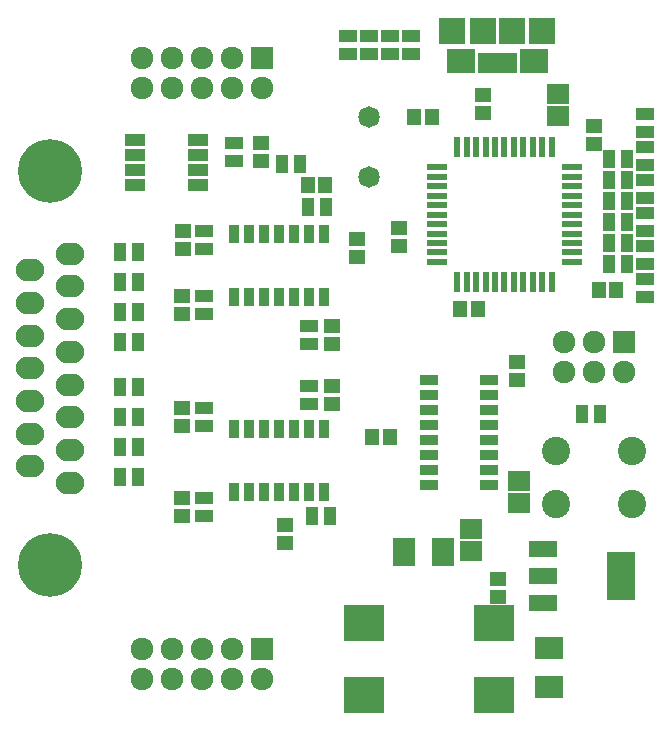
<source format=gbr>
G04 #@! TF.FileFunction,Soldermask,Top*
%FSLAX46Y46*%
G04 Gerber Fmt 4.6, Leading zero omitted, Abs format (unit mm)*
G04 Created by KiCad (PCBNEW 4.0.4-1.fc24-product) date Wed May 17 20:52:56 2017*
%MOMM*%
%LPD*%
G01*
G04 APERTURE LIST*
%ADD10C,0.100000*%
%ADD11R,0.908000X1.543000*%
%ADD12R,1.543000X1.035000*%
%ADD13R,1.898600X1.700480*%
%ADD14R,1.400760X1.299160*%
%ADD15R,1.299160X1.400760*%
%ADD16C,5.401260*%
%ADD17O,2.398980X1.901140*%
%ADD18R,1.924000X1.924000*%
%ADD19C,1.924000*%
%ADD20R,1.035000X1.543000*%
%ADD21R,1.724000X0.606400*%
%ADD22R,0.606400X1.724000*%
%ADD23R,2.297380X2.297380*%
%ADD24R,2.299920X2.297380*%
%ADD25R,2.195780X2.297380*%
%ADD26R,2.495500X1.997660*%
%ADD27R,0.798780X1.746200*%
%ADD28C,1.822400*%
%ADD29R,1.799540X0.999440*%
%ADD30R,1.543000X0.908000*%
%ADD31C,2.398980*%
%ADD32R,2.432000X4.057600*%
%ADD33R,2.432000X1.416000*%
%ADD34R,3.400000X3.100000*%
%ADD35R,1.924000X2.432000*%
%ADD36R,2.432000X1.924000*%
G04 APERTURE END LIST*
D10*
D11*
X100330000Y-88646000D03*
X99060000Y-88646000D03*
X97790000Y-88646000D03*
X96520000Y-88646000D03*
X95250000Y-88646000D03*
X93980000Y-88646000D03*
X92710000Y-88646000D03*
X92710000Y-93980000D03*
X93980000Y-93980000D03*
X95250000Y-93980000D03*
X96520000Y-93980000D03*
X97790000Y-93980000D03*
X99060000Y-93980000D03*
X100330000Y-93980000D03*
D12*
X90170000Y-88392000D03*
X90170000Y-89916000D03*
D13*
X112776000Y-115506500D03*
X112776000Y-113601500D03*
D14*
X103124000Y-90540840D03*
X103124000Y-89037160D03*
D15*
X105907840Y-105791000D03*
X104404160Y-105791000D03*
D14*
X116700000Y-99451160D03*
X116700000Y-100954840D03*
D15*
X98943160Y-84455000D03*
X100446840Y-84455000D03*
D14*
X88265000Y-95366840D03*
X88265000Y-93863160D03*
X100965000Y-102986840D03*
X100965000Y-101483160D03*
X88265000Y-112511840D03*
X88265000Y-111008160D03*
D13*
X116840000Y-111442500D03*
X116840000Y-109537500D03*
D14*
X94996000Y-82412840D03*
X94996000Y-80909160D03*
X88392000Y-88402160D03*
X88392000Y-89905840D03*
X100965000Y-96403160D03*
X100965000Y-97906840D03*
X88265000Y-103388160D03*
X88265000Y-104891840D03*
X97028000Y-113294160D03*
X97028000Y-114797840D03*
D15*
X113351840Y-95000000D03*
X111848160Y-95000000D03*
X123581160Y-93345000D03*
X125084840Y-93345000D03*
D14*
X113800000Y-78351840D03*
X113800000Y-76848160D03*
X106680000Y-88148160D03*
X106680000Y-89651840D03*
X123190000Y-81015840D03*
X123190000Y-79512160D03*
D15*
X107950000Y-78740000D03*
X109453680Y-78740000D03*
D16*
X77112000Y-116662400D03*
D17*
X78783320Y-104155440D03*
X78783320Y-106924040D03*
X78783320Y-109695180D03*
X78783320Y-101384300D03*
X78783320Y-98615700D03*
X75440680Y-108310880D03*
X78783320Y-90304820D03*
X78783320Y-93075960D03*
X78783320Y-95844560D03*
D16*
X77112000Y-83337600D03*
D17*
X75440680Y-105539740D03*
X75440680Y-102771140D03*
X75440680Y-100000000D03*
X75440680Y-97228860D03*
X75440680Y-94460260D03*
X75440680Y-91689120D03*
D18*
X95080000Y-123730000D03*
D19*
X95080000Y-126270000D03*
X92540000Y-123730000D03*
X92540000Y-126270000D03*
X90000000Y-123730000D03*
X90000000Y-126270000D03*
X87460000Y-123730000D03*
X87460000Y-126270000D03*
X84920000Y-123730000D03*
X84920000Y-126270000D03*
D18*
X95080000Y-73730000D03*
D19*
X95080000Y-76270000D03*
X92540000Y-73730000D03*
X92540000Y-76270000D03*
X90000000Y-73730000D03*
X90000000Y-76270000D03*
X87460000Y-73730000D03*
X87460000Y-76270000D03*
X84920000Y-73730000D03*
X84920000Y-76270000D03*
D20*
X83058000Y-90170000D03*
X84582000Y-90170000D03*
X83058000Y-95250000D03*
X84582000Y-95250000D03*
X83058000Y-101600000D03*
X84582000Y-101600000D03*
X83058000Y-106680000D03*
X84582000Y-106680000D03*
X98933000Y-86360000D03*
X100457000Y-86360000D03*
D12*
X90170000Y-95377000D03*
X90170000Y-93853000D03*
X99060000Y-102997000D03*
X99060000Y-101473000D03*
X90170000Y-112522000D03*
X90170000Y-110998000D03*
D20*
X83058000Y-92710000D03*
X84582000Y-92710000D03*
X83058000Y-97790000D03*
X84582000Y-97790000D03*
X83058000Y-104140000D03*
X84582000Y-104140000D03*
X83058000Y-109220000D03*
X84582000Y-109220000D03*
X98298000Y-82677000D03*
X96774000Y-82677000D03*
D12*
X92710000Y-82423000D03*
X92710000Y-80899000D03*
X99060000Y-96393000D03*
X99060000Y-97917000D03*
X90170000Y-103378000D03*
X90170000Y-104902000D03*
D20*
X99314000Y-112522000D03*
X100838000Y-112522000D03*
X123698000Y-103886000D03*
X122174000Y-103886000D03*
D21*
X121315000Y-87000000D03*
X121315000Y-86199900D03*
X121315000Y-85399800D03*
X121315000Y-84599700D03*
X121315000Y-83799600D03*
X121315000Y-82999500D03*
X121315000Y-87800100D03*
X121315000Y-88600200D03*
X121315000Y-89400300D03*
X121315000Y-90200400D03*
X121315000Y-91000500D03*
X109885000Y-87000000D03*
X109885000Y-86199900D03*
X109885000Y-85399800D03*
X109885000Y-84599700D03*
X109885000Y-83799600D03*
X109885000Y-82999500D03*
X109885000Y-87800100D03*
X109885000Y-88600200D03*
X109885000Y-89400300D03*
X109885000Y-90200400D03*
X109885000Y-91000500D03*
D22*
X115600000Y-81285000D03*
X115600000Y-92715000D03*
X114799900Y-81285000D03*
X114799900Y-92715000D03*
X113999800Y-92715000D03*
X113999800Y-81285000D03*
X113199700Y-81285000D03*
X113199700Y-92715000D03*
X112399600Y-92715000D03*
X112399600Y-81285000D03*
X111599500Y-81285000D03*
X111599500Y-92715000D03*
X116400100Y-92715000D03*
X116400100Y-81285000D03*
X117200200Y-81285000D03*
X117200200Y-92715000D03*
X118000300Y-92715000D03*
X118000300Y-81285000D03*
X118800400Y-81285000D03*
X118800400Y-92715000D03*
X119600500Y-92715000D03*
X119600500Y-81285000D03*
D23*
X116198880Y-71447800D03*
D24*
X113801120Y-71447800D03*
D25*
X111200160Y-71447800D03*
D26*
X118098800Y-73997960D03*
D27*
X116297940Y-74124960D03*
X115647700Y-74124960D03*
X115000000Y-74124960D03*
X114352300Y-74124960D03*
X113702060Y-74124960D03*
D26*
X111901200Y-73997960D03*
D25*
X118799840Y-71447800D03*
D28*
X104140000Y-83820000D03*
X104140000Y-78740000D03*
D11*
X100330000Y-105156000D03*
X99060000Y-105156000D03*
X97790000Y-105156000D03*
X96520000Y-105156000D03*
X95250000Y-105156000D03*
X93980000Y-105156000D03*
X92710000Y-105156000D03*
X92710000Y-110490000D03*
X93980000Y-110490000D03*
X95250000Y-110490000D03*
X96520000Y-110490000D03*
X97790000Y-110490000D03*
X99060000Y-110490000D03*
X100330000Y-110490000D03*
D29*
X84328000Y-84455000D03*
X89662000Y-84455000D03*
X84328000Y-83185000D03*
X84328000Y-81915000D03*
X84328000Y-80645000D03*
X89662000Y-83185000D03*
X89662000Y-81915000D03*
X89662000Y-80645000D03*
D30*
X109220000Y-100965000D03*
X109220000Y-102235000D03*
X109220000Y-103505000D03*
X109220000Y-104775000D03*
X109220000Y-106045000D03*
X109220000Y-107315000D03*
X109220000Y-108585000D03*
X109220000Y-109855000D03*
X114300000Y-109855000D03*
X114300000Y-108585000D03*
X114300000Y-107315000D03*
X114300000Y-106045000D03*
X114300000Y-104775000D03*
X114300000Y-103505000D03*
X114300000Y-102235000D03*
X114300000Y-100965000D03*
D18*
X125730000Y-97790000D03*
D19*
X125730000Y-100330000D03*
X123190000Y-97790000D03*
X123190000Y-100330000D03*
X120650000Y-97790000D03*
X120650000Y-100330000D03*
D31*
X119938800Y-111470440D03*
X126441200Y-106969560D03*
X119938800Y-106969560D03*
X126441200Y-111470440D03*
D32*
X125476000Y-117602000D03*
D33*
X118872000Y-117602000D03*
X118872000Y-119888000D03*
X118872000Y-115316000D03*
D13*
X120142000Y-76771500D03*
X120142000Y-78676500D03*
D12*
X105918000Y-71882000D03*
X105918000Y-73406000D03*
X104140000Y-71882000D03*
X104140000Y-73406000D03*
D20*
X124460000Y-82296000D03*
X125984000Y-82296000D03*
X124460000Y-85852000D03*
X125984000Y-85852000D03*
X124460000Y-89408000D03*
X125984000Y-89408000D03*
X124460000Y-84074000D03*
X125984000Y-84074000D03*
X124460000Y-87630000D03*
X125984000Y-87630000D03*
X124460000Y-91186000D03*
X125984000Y-91186000D03*
D12*
X127508000Y-82804000D03*
X127508000Y-81280000D03*
X127508000Y-86868000D03*
X127508000Y-88392000D03*
X127508000Y-92456000D03*
X127508000Y-93980000D03*
X102362000Y-73406000D03*
X102362000Y-71882000D03*
X127508000Y-80010000D03*
X127508000Y-78486000D03*
X127508000Y-84074000D03*
X127508000Y-85598000D03*
X127508000Y-89662000D03*
X127508000Y-91186000D03*
X107696000Y-73406000D03*
X107696000Y-71882000D03*
D14*
X115062000Y-117866160D03*
X115062000Y-119369840D03*
D34*
X114720000Y-127690000D03*
X103720000Y-127690000D03*
X103720000Y-121590000D03*
X114720000Y-121590000D03*
D35*
X107061000Y-115570000D03*
X110363000Y-115570000D03*
D36*
X119380000Y-127000000D03*
X119380000Y-123698000D03*
M02*

</source>
